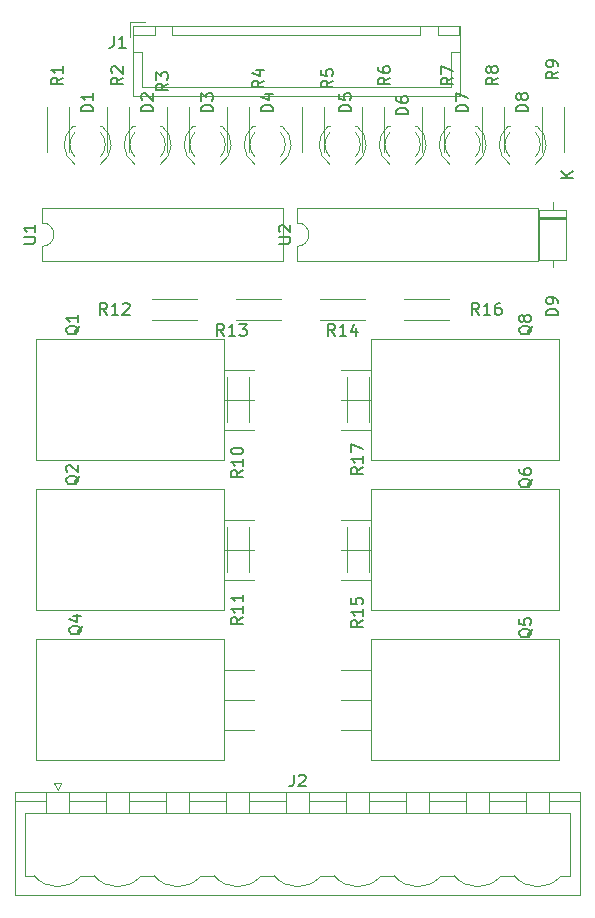
<source format=gbr>
G04 #@! TF.GenerationSoftware,KiCad,Pcbnew,5.0.0*
G04 #@! TF.CreationDate,2018-10-18T22:04:33+02:00*
G04 #@! TF.ProjectId,module_8x_100VDC_16A_out,6D6F64756C655F38785F313030564443,rev?*
G04 #@! TF.SameCoordinates,Original*
G04 #@! TF.FileFunction,Legend,Top*
G04 #@! TF.FilePolarity,Positive*
%FSLAX46Y46*%
G04 Gerber Fmt 4.6, Leading zero omitted, Abs format (unit mm)*
G04 Created by KiCad (PCBNEW 5.0.0) date Thu Oct 18 22:04:33 2018*
%MOMM*%
%LPD*%
G01*
G04 APERTURE LIST*
%ADD10C,0.120000*%
%ADD11C,0.150000*%
G04 APERTURE END LIST*
D10*
G04 #@! TO.C,D1*
X69816000Y-120360000D02*
X69660000Y-120360000D01*
X67500000Y-120360000D02*
X67344000Y-120360000D01*
X69658608Y-123592335D02*
G75*
G03X69815516Y-120360000I-1078608J1672335D01*
G01*
X67501392Y-123592335D02*
G75*
G02X67344484Y-120360000I1078608J1672335D01*
G01*
X69659837Y-122961130D02*
G75*
G03X69660000Y-120879039I-1079837J1041130D01*
G01*
X67500163Y-122961130D02*
G75*
G02X67500000Y-120879039I1079837J1041130D01*
G01*
G04 #@! TO.C,D2*
X74896000Y-120360000D02*
X74740000Y-120360000D01*
X72580000Y-120360000D02*
X72424000Y-120360000D01*
X74738608Y-123592335D02*
G75*
G03X74895516Y-120360000I-1078608J1672335D01*
G01*
X72581392Y-123592335D02*
G75*
G02X72424484Y-120360000I1078608J1672335D01*
G01*
X74739837Y-122961130D02*
G75*
G03X74740000Y-120879039I-1079837J1041130D01*
G01*
X72580163Y-122961130D02*
G75*
G02X72580000Y-120879039I1079837J1041130D01*
G01*
G04 #@! TO.C,D3*
X77660163Y-122961130D02*
G75*
G02X77660000Y-120879039I1079837J1041130D01*
G01*
X79819837Y-122961130D02*
G75*
G03X79820000Y-120879039I-1079837J1041130D01*
G01*
X77661392Y-123592335D02*
G75*
G02X77504484Y-120360000I1078608J1672335D01*
G01*
X79818608Y-123592335D02*
G75*
G03X79975516Y-120360000I-1078608J1672335D01*
G01*
X77660000Y-120360000D02*
X77504000Y-120360000D01*
X79976000Y-120360000D02*
X79820000Y-120360000D01*
G04 #@! TO.C,D4*
X85056000Y-120360000D02*
X84900000Y-120360000D01*
X82740000Y-120360000D02*
X82584000Y-120360000D01*
X84898608Y-123592335D02*
G75*
G03X85055516Y-120360000I-1078608J1672335D01*
G01*
X82741392Y-123592335D02*
G75*
G02X82584484Y-120360000I1078608J1672335D01*
G01*
X84899837Y-122961130D02*
G75*
G03X84900000Y-120879039I-1079837J1041130D01*
G01*
X82740163Y-122961130D02*
G75*
G02X82740000Y-120879039I1079837J1041130D01*
G01*
G04 #@! TO.C,D5*
X89090163Y-122961130D02*
G75*
G02X89090000Y-120879039I1079837J1041130D01*
G01*
X91249837Y-122961130D02*
G75*
G03X91250000Y-120879039I-1079837J1041130D01*
G01*
X89091392Y-123592335D02*
G75*
G02X88934484Y-120360000I1078608J1672335D01*
G01*
X91248608Y-123592335D02*
G75*
G03X91405516Y-120360000I-1078608J1672335D01*
G01*
X89090000Y-120360000D02*
X88934000Y-120360000D01*
X91406000Y-120360000D02*
X91250000Y-120360000D01*
G04 #@! TO.C,D6*
X96486000Y-120360000D02*
X96330000Y-120360000D01*
X94170000Y-120360000D02*
X94014000Y-120360000D01*
X96328608Y-123592335D02*
G75*
G03X96485516Y-120360000I-1078608J1672335D01*
G01*
X94171392Y-123592335D02*
G75*
G02X94014484Y-120360000I1078608J1672335D01*
G01*
X96329837Y-122961130D02*
G75*
G03X96330000Y-120879039I-1079837J1041130D01*
G01*
X94170163Y-122961130D02*
G75*
G02X94170000Y-120879039I1079837J1041130D01*
G01*
G04 #@! TO.C,D7*
X99250163Y-122961130D02*
G75*
G02X99250000Y-120879039I1079837J1041130D01*
G01*
X101409837Y-122961130D02*
G75*
G03X101410000Y-120879039I-1079837J1041130D01*
G01*
X99251392Y-123592335D02*
G75*
G02X99094484Y-120360000I1078608J1672335D01*
G01*
X101408608Y-123592335D02*
G75*
G03X101565516Y-120360000I-1078608J1672335D01*
G01*
X99250000Y-120360000D02*
X99094000Y-120360000D01*
X101566000Y-120360000D02*
X101410000Y-120360000D01*
G04 #@! TO.C,D8*
X104330163Y-122961130D02*
G75*
G02X104330000Y-120879039I1079837J1041130D01*
G01*
X106489837Y-122961130D02*
G75*
G03X106490000Y-120879039I-1079837J1041130D01*
G01*
X104331392Y-123592335D02*
G75*
G02X104174484Y-120360000I1078608J1672335D01*
G01*
X106488608Y-123592335D02*
G75*
G03X106645516Y-120360000I-1078608J1672335D01*
G01*
X104330000Y-120360000D02*
X104174000Y-120360000D01*
X106646000Y-120360000D02*
X106490000Y-120360000D01*
G04 #@! TO.C,D9*
X109070000Y-127420000D02*
X106830000Y-127420000D01*
X106830000Y-127420000D02*
X106830000Y-131660000D01*
X106830000Y-131660000D02*
X109070000Y-131660000D01*
X109070000Y-131660000D02*
X109070000Y-127420000D01*
X107950000Y-126770000D02*
X107950000Y-127420000D01*
X107950000Y-132310000D02*
X107950000Y-131660000D01*
X109070000Y-128140000D02*
X106830000Y-128140000D01*
X109070000Y-128260000D02*
X106830000Y-128260000D01*
X109070000Y-128020000D02*
X106830000Y-128020000D01*
G04 #@! TO.C,J1*
X72450000Y-111840000D02*
X72450000Y-117810000D01*
X72450000Y-117810000D02*
X100070000Y-117810000D01*
X100070000Y-117810000D02*
X100070000Y-111840000D01*
X100070000Y-111840000D02*
X72450000Y-111840000D01*
X75760000Y-111850000D02*
X75760000Y-112600000D01*
X75760000Y-112600000D02*
X96760000Y-112600000D01*
X96760000Y-112600000D02*
X96760000Y-111850000D01*
X96760000Y-111850000D02*
X75760000Y-111850000D01*
X72460000Y-111850000D02*
X72460000Y-112600000D01*
X72460000Y-112600000D02*
X74260000Y-112600000D01*
X74260000Y-112600000D02*
X74260000Y-111850000D01*
X74260000Y-111850000D02*
X72460000Y-111850000D01*
X98260000Y-111850000D02*
X98260000Y-112600000D01*
X98260000Y-112600000D02*
X100060000Y-112600000D01*
X100060000Y-112600000D02*
X100060000Y-111850000D01*
X100060000Y-111850000D02*
X98260000Y-111850000D01*
X72460000Y-114100000D02*
X73210000Y-114100000D01*
X73210000Y-114100000D02*
X73210000Y-117050000D01*
X73210000Y-117050000D02*
X86260000Y-117050000D01*
X100060000Y-114100000D02*
X99310000Y-114100000D01*
X99310000Y-114100000D02*
X99310000Y-117050000D01*
X99310000Y-117050000D02*
X86260000Y-117050000D01*
X73410000Y-111550000D02*
X72160000Y-111550000D01*
X72160000Y-111550000D02*
X72160000Y-112800000D01*
G04 #@! TO.C,J2*
X68026841Y-183825821D02*
G75*
G02X64040000Y-183810000I-1986841J1665821D01*
G01*
X73106841Y-183825821D02*
G75*
G02X69120000Y-183810000I-1986841J1665821D01*
G01*
X78186841Y-183825821D02*
G75*
G02X74200000Y-183810000I-1986841J1665821D01*
G01*
X83266841Y-183825821D02*
G75*
G02X79280000Y-183810000I-1986841J1665821D01*
G01*
X88346841Y-183825821D02*
G75*
G02X84360000Y-183810000I-1986841J1665821D01*
G01*
X93426841Y-183825821D02*
G75*
G02X89440000Y-183810000I-1986841J1665821D01*
G01*
X98506841Y-183825821D02*
G75*
G02X94520000Y-183810000I-1986841J1665821D01*
G01*
X103586841Y-183825821D02*
G75*
G02X99600000Y-183810000I-1986841J1665821D01*
G01*
X108666841Y-183825821D02*
G75*
G02X104680000Y-183810000I-1986841J1665821D01*
G01*
X62420000Y-176730000D02*
X62420000Y-185490000D01*
X62420000Y-185490000D02*
X110300000Y-185490000D01*
X110300000Y-185490000D02*
X110300000Y-176730000D01*
X110300000Y-176730000D02*
X62420000Y-176730000D01*
X62420000Y-177510000D02*
X64960000Y-177510000D01*
X110300000Y-177510000D02*
X107760000Y-177510000D01*
X67040000Y-177510000D02*
X70120000Y-177510000D01*
X72120000Y-177510000D02*
X75200000Y-177510000D01*
X77200000Y-177510000D02*
X80280000Y-177510000D01*
X82280000Y-177510000D02*
X85360000Y-177510000D01*
X87360000Y-177510000D02*
X90440000Y-177510000D01*
X92440000Y-177510000D02*
X95520000Y-177510000D01*
X97520000Y-177510000D02*
X100600000Y-177510000D01*
X102600000Y-177510000D02*
X105680000Y-177510000D01*
X65040000Y-178510000D02*
X65040000Y-176730000D01*
X65040000Y-176730000D02*
X67040000Y-176730000D01*
X67040000Y-176730000D02*
X67040000Y-178510000D01*
X67040000Y-178510000D02*
X65040000Y-178510000D01*
X70120000Y-178510000D02*
X70120000Y-176730000D01*
X70120000Y-176730000D02*
X72120000Y-176730000D01*
X72120000Y-176730000D02*
X72120000Y-178510000D01*
X72120000Y-178510000D02*
X70120000Y-178510000D01*
X75200000Y-178510000D02*
X75200000Y-176730000D01*
X75200000Y-176730000D02*
X77200000Y-176730000D01*
X77200000Y-176730000D02*
X77200000Y-178510000D01*
X77200000Y-178510000D02*
X75200000Y-178510000D01*
X80280000Y-178510000D02*
X80280000Y-176730000D01*
X80280000Y-176730000D02*
X82280000Y-176730000D01*
X82280000Y-176730000D02*
X82280000Y-178510000D01*
X82280000Y-178510000D02*
X80280000Y-178510000D01*
X85360000Y-178510000D02*
X85360000Y-176730000D01*
X85360000Y-176730000D02*
X87360000Y-176730000D01*
X87360000Y-176730000D02*
X87360000Y-178510000D01*
X87360000Y-178510000D02*
X85360000Y-178510000D01*
X90440000Y-178510000D02*
X90440000Y-176730000D01*
X90440000Y-176730000D02*
X92440000Y-176730000D01*
X92440000Y-176730000D02*
X92440000Y-178510000D01*
X92440000Y-178510000D02*
X90440000Y-178510000D01*
X95520000Y-178510000D02*
X95520000Y-176730000D01*
X95520000Y-176730000D02*
X97520000Y-176730000D01*
X97520000Y-176730000D02*
X97520000Y-178510000D01*
X97520000Y-178510000D02*
X95520000Y-178510000D01*
X100600000Y-178510000D02*
X100600000Y-176730000D01*
X100600000Y-176730000D02*
X102600000Y-176730000D01*
X102600000Y-176730000D02*
X102600000Y-178510000D01*
X102600000Y-178510000D02*
X100600000Y-178510000D01*
X105680000Y-178510000D02*
X105680000Y-176730000D01*
X105680000Y-176730000D02*
X107680000Y-176730000D01*
X107680000Y-176730000D02*
X107680000Y-178510000D01*
X107680000Y-178510000D02*
X105680000Y-178510000D01*
X68040000Y-183810000D02*
X69120000Y-183810000D01*
X73120000Y-183810000D02*
X74200000Y-183810000D01*
X78200000Y-183810000D02*
X79280000Y-183810000D01*
X83280000Y-183810000D02*
X84360000Y-183810000D01*
X88360000Y-183810000D02*
X89440000Y-183810000D01*
X93440000Y-183810000D02*
X94520000Y-183810000D01*
X98520000Y-183810000D02*
X99600000Y-183810000D01*
X103600000Y-183810000D02*
X104680000Y-183810000D01*
X64040000Y-183810000D02*
X63300000Y-183810000D01*
X63300000Y-183810000D02*
X63300000Y-178510000D01*
X63300000Y-178510000D02*
X109420000Y-178510000D01*
X109420000Y-178510000D02*
X109420000Y-183810000D01*
X109420000Y-183810000D02*
X108680000Y-183810000D01*
X66340000Y-175930000D02*
X66040000Y-176530000D01*
X66040000Y-176530000D02*
X65740000Y-175930000D01*
X65740000Y-175930000D02*
X66340000Y-175930000D01*
G04 #@! TO.C,R1*
X66960000Y-118730000D02*
X66960000Y-122570000D01*
X65120000Y-118730000D02*
X65120000Y-122570000D01*
G04 #@! TO.C,R2*
X70200000Y-118730000D02*
X70200000Y-122570000D01*
X72040000Y-118730000D02*
X72040000Y-122570000D01*
G04 #@! TO.C,R3*
X75280000Y-118730000D02*
X75280000Y-122570000D01*
X77120000Y-118730000D02*
X77120000Y-122570000D01*
G04 #@! TO.C,R4*
X80360000Y-118730000D02*
X80360000Y-122570000D01*
X82200000Y-118730000D02*
X82200000Y-122570000D01*
G04 #@! TO.C,R5*
X88550000Y-118730000D02*
X88550000Y-122570000D01*
X86710000Y-118730000D02*
X86710000Y-122570000D01*
G04 #@! TO.C,R6*
X93630000Y-118730000D02*
X93630000Y-122570000D01*
X91790000Y-118730000D02*
X91790000Y-122570000D01*
G04 #@! TO.C,R7*
X96870000Y-118730000D02*
X96870000Y-122570000D01*
X98710000Y-118730000D02*
X98710000Y-122570000D01*
G04 #@! TO.C,R8*
X101950000Y-118730000D02*
X101950000Y-122570000D01*
X103790000Y-118730000D02*
X103790000Y-122570000D01*
G04 #@! TO.C,R9*
X107030000Y-118730000D02*
X107030000Y-122570000D01*
X108870000Y-118730000D02*
X108870000Y-122570000D01*
G04 #@! TO.C,R10*
X80360000Y-145430000D02*
X80360000Y-141590000D01*
X82200000Y-145430000D02*
X82200000Y-141590000D01*
G04 #@! TO.C,R11*
X80360000Y-158130000D02*
X80360000Y-154290000D01*
X82200000Y-158130000D02*
X82200000Y-154290000D01*
G04 #@! TO.C,R12*
X77866000Y-136810000D02*
X74026000Y-136810000D01*
X77866000Y-134970000D02*
X74026000Y-134970000D01*
G04 #@! TO.C,R13*
X84978000Y-136810000D02*
X81138000Y-136810000D01*
X84978000Y-134970000D02*
X81138000Y-134970000D01*
G04 #@! TO.C,R14*
X88250000Y-136810000D02*
X92090000Y-136810000D01*
X88250000Y-134970000D02*
X92090000Y-134970000D01*
G04 #@! TO.C,R15*
X90520000Y-154290000D02*
X90520000Y-158130000D01*
X92360000Y-154290000D02*
X92360000Y-158130000D01*
G04 #@! TO.C,R16*
X99202000Y-136810000D02*
X95362000Y-136810000D01*
X99202000Y-134970000D02*
X95362000Y-134970000D01*
G04 #@! TO.C,R17*
X92360000Y-141590000D02*
X92360000Y-145430000D01*
X90520000Y-141590000D02*
X90520000Y-145430000D01*
G04 #@! TO.C,U1*
X64710000Y-128540000D02*
G75*
G02X64710000Y-130540000I0J-1000000D01*
G01*
X64710000Y-130540000D02*
X64710000Y-131790000D01*
X64710000Y-131790000D02*
X85150000Y-131790000D01*
X85150000Y-131790000D02*
X85150000Y-127290000D01*
X85150000Y-127290000D02*
X64710000Y-127290000D01*
X64710000Y-127290000D02*
X64710000Y-128540000D01*
G04 #@! TO.C,U2*
X86300000Y-127290000D02*
X86300000Y-128540000D01*
X106740000Y-127290000D02*
X86300000Y-127290000D01*
X106740000Y-131790000D02*
X106740000Y-127290000D01*
X86300000Y-131790000D02*
X106740000Y-131790000D01*
X86300000Y-130540000D02*
X86300000Y-131790000D01*
X86300000Y-128540000D02*
G75*
G02X86300000Y-130540000I0J-1000000D01*
G01*
G04 #@! TO.C,Q4*
X80130000Y-174030000D02*
X80130000Y-163790000D01*
X64240000Y-174030000D02*
X64240000Y-163790000D01*
X64240000Y-174030000D02*
X80130000Y-174030000D01*
X64240000Y-163790000D02*
X80130000Y-163790000D01*
X80130000Y-171450000D02*
X82670000Y-171450000D01*
X80130000Y-168910000D02*
X82670000Y-168910000D01*
X80130000Y-166370000D02*
X82670000Y-166370000D01*
G04 #@! TO.C,Q2*
X80130000Y-153670000D02*
X82670000Y-153670000D01*
X80130000Y-156210000D02*
X82670000Y-156210000D01*
X80130000Y-158750000D02*
X82670000Y-158750000D01*
X64240000Y-151090000D02*
X80130000Y-151090000D01*
X64240000Y-161330000D02*
X80130000Y-161330000D01*
X64240000Y-161330000D02*
X64240000Y-151090000D01*
X80130000Y-161330000D02*
X80130000Y-151090000D01*
G04 #@! TO.C,Q5*
X92590000Y-163790000D02*
X92590000Y-174030000D01*
X108480000Y-163790000D02*
X108480000Y-174030000D01*
X108480000Y-163790000D02*
X92590000Y-163790000D01*
X108480000Y-174030000D02*
X92590000Y-174030000D01*
X92590000Y-166370000D02*
X90050000Y-166370000D01*
X92590000Y-168910000D02*
X90050000Y-168910000D01*
X92590000Y-171450000D02*
X90050000Y-171450000D01*
G04 #@! TO.C,Q1*
X80130000Y-140970000D02*
X82670000Y-140970000D01*
X80130000Y-143510000D02*
X82670000Y-143510000D01*
X80130000Y-146050000D02*
X82670000Y-146050000D01*
X64240000Y-138390000D02*
X80130000Y-138390000D01*
X64240000Y-148630000D02*
X80130000Y-148630000D01*
X64240000Y-148630000D02*
X64240000Y-138390000D01*
X80130000Y-148630000D02*
X80130000Y-138390000D01*
G04 #@! TO.C,Q6*
X92590000Y-151090000D02*
X92590000Y-161330000D01*
X108480000Y-151090000D02*
X108480000Y-161330000D01*
X108480000Y-151090000D02*
X92590000Y-151090000D01*
X108480000Y-161330000D02*
X92590000Y-161330000D01*
X92590000Y-153670000D02*
X90050000Y-153670000D01*
X92590000Y-156210000D02*
X90050000Y-156210000D01*
X92590000Y-158750000D02*
X90050000Y-158750000D01*
G04 #@! TO.C,Q8*
X92590000Y-138390000D02*
X92590000Y-148630000D01*
X108480000Y-138390000D02*
X108480000Y-148630000D01*
X108480000Y-138390000D02*
X92590000Y-138390000D01*
X108480000Y-148630000D02*
X92590000Y-148630000D01*
X92590000Y-140970000D02*
X90050000Y-140970000D01*
X92590000Y-143510000D02*
X90050000Y-143510000D01*
X92590000Y-146050000D02*
X90050000Y-146050000D01*
G04 #@! TO.C,D1*
D11*
X69032380Y-119102095D02*
X68032380Y-119102095D01*
X68032380Y-118864000D01*
X68080000Y-118721142D01*
X68175238Y-118625904D01*
X68270476Y-118578285D01*
X68460952Y-118530666D01*
X68603809Y-118530666D01*
X68794285Y-118578285D01*
X68889523Y-118625904D01*
X68984761Y-118721142D01*
X69032380Y-118864000D01*
X69032380Y-119102095D01*
X69032380Y-117578285D02*
X69032380Y-118149714D01*
X69032380Y-117864000D02*
X68032380Y-117864000D01*
X68175238Y-117959238D01*
X68270476Y-118054476D01*
X68318095Y-118149714D01*
G04 #@! TO.C,D2*
X74112380Y-119102095D02*
X73112380Y-119102095D01*
X73112380Y-118864000D01*
X73160000Y-118721142D01*
X73255238Y-118625904D01*
X73350476Y-118578285D01*
X73540952Y-118530666D01*
X73683809Y-118530666D01*
X73874285Y-118578285D01*
X73969523Y-118625904D01*
X74064761Y-118721142D01*
X74112380Y-118864000D01*
X74112380Y-119102095D01*
X73207619Y-118149714D02*
X73160000Y-118102095D01*
X73112380Y-118006857D01*
X73112380Y-117768761D01*
X73160000Y-117673523D01*
X73207619Y-117625904D01*
X73302857Y-117578285D01*
X73398095Y-117578285D01*
X73540952Y-117625904D01*
X74112380Y-118197333D01*
X74112380Y-117578285D01*
G04 #@! TO.C,D3*
X79192380Y-119102095D02*
X78192380Y-119102095D01*
X78192380Y-118864000D01*
X78240000Y-118721142D01*
X78335238Y-118625904D01*
X78430476Y-118578285D01*
X78620952Y-118530666D01*
X78763809Y-118530666D01*
X78954285Y-118578285D01*
X79049523Y-118625904D01*
X79144761Y-118721142D01*
X79192380Y-118864000D01*
X79192380Y-119102095D01*
X78192380Y-118197333D02*
X78192380Y-117578285D01*
X78573333Y-117911619D01*
X78573333Y-117768761D01*
X78620952Y-117673523D01*
X78668571Y-117625904D01*
X78763809Y-117578285D01*
X79001904Y-117578285D01*
X79097142Y-117625904D01*
X79144761Y-117673523D01*
X79192380Y-117768761D01*
X79192380Y-118054476D01*
X79144761Y-118149714D01*
X79097142Y-118197333D01*
G04 #@! TO.C,D4*
X84272380Y-119102095D02*
X83272380Y-119102095D01*
X83272380Y-118864000D01*
X83320000Y-118721142D01*
X83415238Y-118625904D01*
X83510476Y-118578285D01*
X83700952Y-118530666D01*
X83843809Y-118530666D01*
X84034285Y-118578285D01*
X84129523Y-118625904D01*
X84224761Y-118721142D01*
X84272380Y-118864000D01*
X84272380Y-119102095D01*
X83605714Y-117673523D02*
X84272380Y-117673523D01*
X83224761Y-117911619D02*
X83939047Y-118149714D01*
X83939047Y-117530666D01*
G04 #@! TO.C,D5*
X90876380Y-119102095D02*
X89876380Y-119102095D01*
X89876380Y-118864000D01*
X89924000Y-118721142D01*
X90019238Y-118625904D01*
X90114476Y-118578285D01*
X90304952Y-118530666D01*
X90447809Y-118530666D01*
X90638285Y-118578285D01*
X90733523Y-118625904D01*
X90828761Y-118721142D01*
X90876380Y-118864000D01*
X90876380Y-119102095D01*
X89876380Y-117625904D02*
X89876380Y-118102095D01*
X90352571Y-118149714D01*
X90304952Y-118102095D01*
X90257333Y-118006857D01*
X90257333Y-117768761D01*
X90304952Y-117673523D01*
X90352571Y-117625904D01*
X90447809Y-117578285D01*
X90685904Y-117578285D01*
X90781142Y-117625904D01*
X90828761Y-117673523D01*
X90876380Y-117768761D01*
X90876380Y-118006857D01*
X90828761Y-118102095D01*
X90781142Y-118149714D01*
G04 #@! TO.C,D6*
X95702380Y-119356095D02*
X94702380Y-119356095D01*
X94702380Y-119118000D01*
X94750000Y-118975142D01*
X94845238Y-118879904D01*
X94940476Y-118832285D01*
X95130952Y-118784666D01*
X95273809Y-118784666D01*
X95464285Y-118832285D01*
X95559523Y-118879904D01*
X95654761Y-118975142D01*
X95702380Y-119118000D01*
X95702380Y-119356095D01*
X94702380Y-117927523D02*
X94702380Y-118118000D01*
X94750000Y-118213238D01*
X94797619Y-118260857D01*
X94940476Y-118356095D01*
X95130952Y-118403714D01*
X95511904Y-118403714D01*
X95607142Y-118356095D01*
X95654761Y-118308476D01*
X95702380Y-118213238D01*
X95702380Y-118022761D01*
X95654761Y-117927523D01*
X95607142Y-117879904D01*
X95511904Y-117832285D01*
X95273809Y-117832285D01*
X95178571Y-117879904D01*
X95130952Y-117927523D01*
X95083333Y-118022761D01*
X95083333Y-118213238D01*
X95130952Y-118308476D01*
X95178571Y-118356095D01*
X95273809Y-118403714D01*
G04 #@! TO.C,D7*
X100782380Y-119102095D02*
X99782380Y-119102095D01*
X99782380Y-118864000D01*
X99830000Y-118721142D01*
X99925238Y-118625904D01*
X100020476Y-118578285D01*
X100210952Y-118530666D01*
X100353809Y-118530666D01*
X100544285Y-118578285D01*
X100639523Y-118625904D01*
X100734761Y-118721142D01*
X100782380Y-118864000D01*
X100782380Y-119102095D01*
X99782380Y-118197333D02*
X99782380Y-117530666D01*
X100782380Y-117959238D01*
G04 #@! TO.C,D8*
X105862380Y-119102095D02*
X104862380Y-119102095D01*
X104862380Y-118864000D01*
X104910000Y-118721142D01*
X105005238Y-118625904D01*
X105100476Y-118578285D01*
X105290952Y-118530666D01*
X105433809Y-118530666D01*
X105624285Y-118578285D01*
X105719523Y-118625904D01*
X105814761Y-118721142D01*
X105862380Y-118864000D01*
X105862380Y-119102095D01*
X105290952Y-117959238D02*
X105243333Y-118054476D01*
X105195714Y-118102095D01*
X105100476Y-118149714D01*
X105052857Y-118149714D01*
X104957619Y-118102095D01*
X104910000Y-118054476D01*
X104862380Y-117959238D01*
X104862380Y-117768761D01*
X104910000Y-117673523D01*
X104957619Y-117625904D01*
X105052857Y-117578285D01*
X105100476Y-117578285D01*
X105195714Y-117625904D01*
X105243333Y-117673523D01*
X105290952Y-117768761D01*
X105290952Y-117959238D01*
X105338571Y-118054476D01*
X105386190Y-118102095D01*
X105481428Y-118149714D01*
X105671904Y-118149714D01*
X105767142Y-118102095D01*
X105814761Y-118054476D01*
X105862380Y-117959238D01*
X105862380Y-117768761D01*
X105814761Y-117673523D01*
X105767142Y-117625904D01*
X105671904Y-117578285D01*
X105481428Y-117578285D01*
X105386190Y-117625904D01*
X105338571Y-117673523D01*
X105290952Y-117768761D01*
G04 #@! TO.C,D9*
X108402380Y-136374095D02*
X107402380Y-136374095D01*
X107402380Y-136136000D01*
X107450000Y-135993142D01*
X107545238Y-135897904D01*
X107640476Y-135850285D01*
X107830952Y-135802666D01*
X107973809Y-135802666D01*
X108164285Y-135850285D01*
X108259523Y-135897904D01*
X108354761Y-135993142D01*
X108402380Y-136136000D01*
X108402380Y-136374095D01*
X108402380Y-135326476D02*
X108402380Y-135136000D01*
X108354761Y-135040761D01*
X108307142Y-134993142D01*
X108164285Y-134897904D01*
X107973809Y-134850285D01*
X107592857Y-134850285D01*
X107497619Y-134897904D01*
X107450000Y-134945523D01*
X107402380Y-135040761D01*
X107402380Y-135231238D01*
X107450000Y-135326476D01*
X107497619Y-135374095D01*
X107592857Y-135421714D01*
X107830952Y-135421714D01*
X107926190Y-135374095D01*
X107973809Y-135326476D01*
X108021428Y-135231238D01*
X108021428Y-135040761D01*
X107973809Y-134945523D01*
X107926190Y-134897904D01*
X107830952Y-134850285D01*
X109672380Y-124721904D02*
X108672380Y-124721904D01*
X109672380Y-124150476D02*
X109100952Y-124579047D01*
X108672380Y-124150476D02*
X109243809Y-124721904D01*
G04 #@! TO.C,J1*
X70786666Y-112736380D02*
X70786666Y-113450666D01*
X70739047Y-113593523D01*
X70643809Y-113688761D01*
X70500952Y-113736380D01*
X70405714Y-113736380D01*
X71786666Y-113736380D02*
X71215238Y-113736380D01*
X71500952Y-113736380D02*
X71500952Y-112736380D01*
X71405714Y-112879238D01*
X71310476Y-112974476D01*
X71215238Y-113022095D01*
G04 #@! TO.C,J2*
X86026666Y-175262380D02*
X86026666Y-175976666D01*
X85979047Y-176119523D01*
X85883809Y-176214761D01*
X85740952Y-176262380D01*
X85645714Y-176262380D01*
X86455238Y-175357619D02*
X86502857Y-175310000D01*
X86598095Y-175262380D01*
X86836190Y-175262380D01*
X86931428Y-175310000D01*
X86979047Y-175357619D01*
X87026666Y-175452857D01*
X87026666Y-175548095D01*
X86979047Y-175690952D01*
X86407619Y-176262380D01*
X87026666Y-176262380D01*
G04 #@! TO.C,R1*
X66492380Y-116244666D02*
X66016190Y-116578000D01*
X66492380Y-116816095D02*
X65492380Y-116816095D01*
X65492380Y-116435142D01*
X65540000Y-116339904D01*
X65587619Y-116292285D01*
X65682857Y-116244666D01*
X65825714Y-116244666D01*
X65920952Y-116292285D01*
X65968571Y-116339904D01*
X66016190Y-116435142D01*
X66016190Y-116816095D01*
X66492380Y-115292285D02*
X66492380Y-115863714D01*
X66492380Y-115578000D02*
X65492380Y-115578000D01*
X65635238Y-115673238D01*
X65730476Y-115768476D01*
X65778095Y-115863714D01*
G04 #@! TO.C,R2*
X71572380Y-116244666D02*
X71096190Y-116578000D01*
X71572380Y-116816095D02*
X70572380Y-116816095D01*
X70572380Y-116435142D01*
X70620000Y-116339904D01*
X70667619Y-116292285D01*
X70762857Y-116244666D01*
X70905714Y-116244666D01*
X71000952Y-116292285D01*
X71048571Y-116339904D01*
X71096190Y-116435142D01*
X71096190Y-116816095D01*
X70667619Y-115863714D02*
X70620000Y-115816095D01*
X70572380Y-115720857D01*
X70572380Y-115482761D01*
X70620000Y-115387523D01*
X70667619Y-115339904D01*
X70762857Y-115292285D01*
X70858095Y-115292285D01*
X71000952Y-115339904D01*
X71572380Y-115911333D01*
X71572380Y-115292285D01*
G04 #@! TO.C,R3*
X75382380Y-116752666D02*
X74906190Y-117086000D01*
X75382380Y-117324095D02*
X74382380Y-117324095D01*
X74382380Y-116943142D01*
X74430000Y-116847904D01*
X74477619Y-116800285D01*
X74572857Y-116752666D01*
X74715714Y-116752666D01*
X74810952Y-116800285D01*
X74858571Y-116847904D01*
X74906190Y-116943142D01*
X74906190Y-117324095D01*
X74382380Y-116419333D02*
X74382380Y-115800285D01*
X74763333Y-116133619D01*
X74763333Y-115990761D01*
X74810952Y-115895523D01*
X74858571Y-115847904D01*
X74953809Y-115800285D01*
X75191904Y-115800285D01*
X75287142Y-115847904D01*
X75334761Y-115895523D01*
X75382380Y-115990761D01*
X75382380Y-116276476D01*
X75334761Y-116371714D01*
X75287142Y-116419333D01*
G04 #@! TO.C,R4*
X83510380Y-116498666D02*
X83034190Y-116832000D01*
X83510380Y-117070095D02*
X82510380Y-117070095D01*
X82510380Y-116689142D01*
X82558000Y-116593904D01*
X82605619Y-116546285D01*
X82700857Y-116498666D01*
X82843714Y-116498666D01*
X82938952Y-116546285D01*
X82986571Y-116593904D01*
X83034190Y-116689142D01*
X83034190Y-117070095D01*
X82843714Y-115641523D02*
X83510380Y-115641523D01*
X82462761Y-115879619D02*
X83177047Y-116117714D01*
X83177047Y-115498666D01*
G04 #@! TO.C,R5*
X89352380Y-116498666D02*
X88876190Y-116832000D01*
X89352380Y-117070095D02*
X88352380Y-117070095D01*
X88352380Y-116689142D01*
X88400000Y-116593904D01*
X88447619Y-116546285D01*
X88542857Y-116498666D01*
X88685714Y-116498666D01*
X88780952Y-116546285D01*
X88828571Y-116593904D01*
X88876190Y-116689142D01*
X88876190Y-117070095D01*
X88352380Y-115593904D02*
X88352380Y-116070095D01*
X88828571Y-116117714D01*
X88780952Y-116070095D01*
X88733333Y-115974857D01*
X88733333Y-115736761D01*
X88780952Y-115641523D01*
X88828571Y-115593904D01*
X88923809Y-115546285D01*
X89161904Y-115546285D01*
X89257142Y-115593904D01*
X89304761Y-115641523D01*
X89352380Y-115736761D01*
X89352380Y-115974857D01*
X89304761Y-116070095D01*
X89257142Y-116117714D01*
G04 #@! TO.C,R6*
X94178380Y-116244666D02*
X93702190Y-116578000D01*
X94178380Y-116816095D02*
X93178380Y-116816095D01*
X93178380Y-116435142D01*
X93226000Y-116339904D01*
X93273619Y-116292285D01*
X93368857Y-116244666D01*
X93511714Y-116244666D01*
X93606952Y-116292285D01*
X93654571Y-116339904D01*
X93702190Y-116435142D01*
X93702190Y-116816095D01*
X93178380Y-115387523D02*
X93178380Y-115578000D01*
X93226000Y-115673238D01*
X93273619Y-115720857D01*
X93416476Y-115816095D01*
X93606952Y-115863714D01*
X93987904Y-115863714D01*
X94083142Y-115816095D01*
X94130761Y-115768476D01*
X94178380Y-115673238D01*
X94178380Y-115482761D01*
X94130761Y-115387523D01*
X94083142Y-115339904D01*
X93987904Y-115292285D01*
X93749809Y-115292285D01*
X93654571Y-115339904D01*
X93606952Y-115387523D01*
X93559333Y-115482761D01*
X93559333Y-115673238D01*
X93606952Y-115768476D01*
X93654571Y-115816095D01*
X93749809Y-115863714D01*
G04 #@! TO.C,R7*
X99512380Y-116244666D02*
X99036190Y-116578000D01*
X99512380Y-116816095D02*
X98512380Y-116816095D01*
X98512380Y-116435142D01*
X98560000Y-116339904D01*
X98607619Y-116292285D01*
X98702857Y-116244666D01*
X98845714Y-116244666D01*
X98940952Y-116292285D01*
X98988571Y-116339904D01*
X99036190Y-116435142D01*
X99036190Y-116816095D01*
X98512380Y-115911333D02*
X98512380Y-115244666D01*
X99512380Y-115673238D01*
G04 #@! TO.C,R8*
X103322380Y-116244666D02*
X102846190Y-116578000D01*
X103322380Y-116816095D02*
X102322380Y-116816095D01*
X102322380Y-116435142D01*
X102370000Y-116339904D01*
X102417619Y-116292285D01*
X102512857Y-116244666D01*
X102655714Y-116244666D01*
X102750952Y-116292285D01*
X102798571Y-116339904D01*
X102846190Y-116435142D01*
X102846190Y-116816095D01*
X102750952Y-115673238D02*
X102703333Y-115768476D01*
X102655714Y-115816095D01*
X102560476Y-115863714D01*
X102512857Y-115863714D01*
X102417619Y-115816095D01*
X102370000Y-115768476D01*
X102322380Y-115673238D01*
X102322380Y-115482761D01*
X102370000Y-115387523D01*
X102417619Y-115339904D01*
X102512857Y-115292285D01*
X102560476Y-115292285D01*
X102655714Y-115339904D01*
X102703333Y-115387523D01*
X102750952Y-115482761D01*
X102750952Y-115673238D01*
X102798571Y-115768476D01*
X102846190Y-115816095D01*
X102941428Y-115863714D01*
X103131904Y-115863714D01*
X103227142Y-115816095D01*
X103274761Y-115768476D01*
X103322380Y-115673238D01*
X103322380Y-115482761D01*
X103274761Y-115387523D01*
X103227142Y-115339904D01*
X103131904Y-115292285D01*
X102941428Y-115292285D01*
X102846190Y-115339904D01*
X102798571Y-115387523D01*
X102750952Y-115482761D01*
G04 #@! TO.C,R9*
X108402380Y-115736666D02*
X107926190Y-116070000D01*
X108402380Y-116308095D02*
X107402380Y-116308095D01*
X107402380Y-115927142D01*
X107450000Y-115831904D01*
X107497619Y-115784285D01*
X107592857Y-115736666D01*
X107735714Y-115736666D01*
X107830952Y-115784285D01*
X107878571Y-115831904D01*
X107926190Y-115927142D01*
X107926190Y-116308095D01*
X108402380Y-115260476D02*
X108402380Y-115070000D01*
X108354761Y-114974761D01*
X108307142Y-114927142D01*
X108164285Y-114831904D01*
X107973809Y-114784285D01*
X107592857Y-114784285D01*
X107497619Y-114831904D01*
X107450000Y-114879523D01*
X107402380Y-114974761D01*
X107402380Y-115165238D01*
X107450000Y-115260476D01*
X107497619Y-115308095D01*
X107592857Y-115355714D01*
X107830952Y-115355714D01*
X107926190Y-115308095D01*
X107973809Y-115260476D01*
X108021428Y-115165238D01*
X108021428Y-114974761D01*
X107973809Y-114879523D01*
X107926190Y-114831904D01*
X107830952Y-114784285D01*
G04 #@! TO.C,R10*
X81732380Y-149486857D02*
X81256190Y-149820190D01*
X81732380Y-150058285D02*
X80732380Y-150058285D01*
X80732380Y-149677333D01*
X80780000Y-149582095D01*
X80827619Y-149534476D01*
X80922857Y-149486857D01*
X81065714Y-149486857D01*
X81160952Y-149534476D01*
X81208571Y-149582095D01*
X81256190Y-149677333D01*
X81256190Y-150058285D01*
X81732380Y-148534476D02*
X81732380Y-149105904D01*
X81732380Y-148820190D02*
X80732380Y-148820190D01*
X80875238Y-148915428D01*
X80970476Y-149010666D01*
X81018095Y-149105904D01*
X80732380Y-147915428D02*
X80732380Y-147820190D01*
X80780000Y-147724952D01*
X80827619Y-147677333D01*
X80922857Y-147629714D01*
X81113333Y-147582095D01*
X81351428Y-147582095D01*
X81541904Y-147629714D01*
X81637142Y-147677333D01*
X81684761Y-147724952D01*
X81732380Y-147820190D01*
X81732380Y-147915428D01*
X81684761Y-148010666D01*
X81637142Y-148058285D01*
X81541904Y-148105904D01*
X81351428Y-148153523D01*
X81113333Y-148153523D01*
X80922857Y-148105904D01*
X80827619Y-148058285D01*
X80780000Y-148010666D01*
X80732380Y-147915428D01*
G04 #@! TO.C,R11*
X81732380Y-161932857D02*
X81256190Y-162266190D01*
X81732380Y-162504285D02*
X80732380Y-162504285D01*
X80732380Y-162123333D01*
X80780000Y-162028095D01*
X80827619Y-161980476D01*
X80922857Y-161932857D01*
X81065714Y-161932857D01*
X81160952Y-161980476D01*
X81208571Y-162028095D01*
X81256190Y-162123333D01*
X81256190Y-162504285D01*
X81732380Y-160980476D02*
X81732380Y-161551904D01*
X81732380Y-161266190D02*
X80732380Y-161266190D01*
X80875238Y-161361428D01*
X80970476Y-161456666D01*
X81018095Y-161551904D01*
X81732380Y-160028095D02*
X81732380Y-160599523D01*
X81732380Y-160313809D02*
X80732380Y-160313809D01*
X80875238Y-160409047D01*
X80970476Y-160504285D01*
X81018095Y-160599523D01*
G04 #@! TO.C,R12*
X70223142Y-136342380D02*
X69889809Y-135866190D01*
X69651714Y-136342380D02*
X69651714Y-135342380D01*
X70032666Y-135342380D01*
X70127904Y-135390000D01*
X70175523Y-135437619D01*
X70223142Y-135532857D01*
X70223142Y-135675714D01*
X70175523Y-135770952D01*
X70127904Y-135818571D01*
X70032666Y-135866190D01*
X69651714Y-135866190D01*
X71175523Y-136342380D02*
X70604095Y-136342380D01*
X70889809Y-136342380D02*
X70889809Y-135342380D01*
X70794571Y-135485238D01*
X70699333Y-135580476D01*
X70604095Y-135628095D01*
X71556476Y-135437619D02*
X71604095Y-135390000D01*
X71699333Y-135342380D01*
X71937428Y-135342380D01*
X72032666Y-135390000D01*
X72080285Y-135437619D01*
X72127904Y-135532857D01*
X72127904Y-135628095D01*
X72080285Y-135770952D01*
X71508857Y-136342380D01*
X72127904Y-136342380D01*
G04 #@! TO.C,R13*
X80129142Y-138120380D02*
X79795809Y-137644190D01*
X79557714Y-138120380D02*
X79557714Y-137120380D01*
X79938666Y-137120380D01*
X80033904Y-137168000D01*
X80081523Y-137215619D01*
X80129142Y-137310857D01*
X80129142Y-137453714D01*
X80081523Y-137548952D01*
X80033904Y-137596571D01*
X79938666Y-137644190D01*
X79557714Y-137644190D01*
X81081523Y-138120380D02*
X80510095Y-138120380D01*
X80795809Y-138120380D02*
X80795809Y-137120380D01*
X80700571Y-137263238D01*
X80605333Y-137358476D01*
X80510095Y-137406095D01*
X81414857Y-137120380D02*
X82033904Y-137120380D01*
X81700571Y-137501333D01*
X81843428Y-137501333D01*
X81938666Y-137548952D01*
X81986285Y-137596571D01*
X82033904Y-137691809D01*
X82033904Y-137929904D01*
X81986285Y-138025142D01*
X81938666Y-138072761D01*
X81843428Y-138120380D01*
X81557714Y-138120380D01*
X81462476Y-138072761D01*
X81414857Y-138025142D01*
G04 #@! TO.C,R14*
X89527142Y-138120380D02*
X89193809Y-137644190D01*
X88955714Y-138120380D02*
X88955714Y-137120380D01*
X89336666Y-137120380D01*
X89431904Y-137168000D01*
X89479523Y-137215619D01*
X89527142Y-137310857D01*
X89527142Y-137453714D01*
X89479523Y-137548952D01*
X89431904Y-137596571D01*
X89336666Y-137644190D01*
X88955714Y-137644190D01*
X90479523Y-138120380D02*
X89908095Y-138120380D01*
X90193809Y-138120380D02*
X90193809Y-137120380D01*
X90098571Y-137263238D01*
X90003333Y-137358476D01*
X89908095Y-137406095D01*
X91336666Y-137453714D02*
X91336666Y-138120380D01*
X91098571Y-137072761D02*
X90860476Y-137787047D01*
X91479523Y-137787047D01*
G04 #@! TO.C,R15*
X91892380Y-162186857D02*
X91416190Y-162520190D01*
X91892380Y-162758285D02*
X90892380Y-162758285D01*
X90892380Y-162377333D01*
X90940000Y-162282095D01*
X90987619Y-162234476D01*
X91082857Y-162186857D01*
X91225714Y-162186857D01*
X91320952Y-162234476D01*
X91368571Y-162282095D01*
X91416190Y-162377333D01*
X91416190Y-162758285D01*
X91892380Y-161234476D02*
X91892380Y-161805904D01*
X91892380Y-161520190D02*
X90892380Y-161520190D01*
X91035238Y-161615428D01*
X91130476Y-161710666D01*
X91178095Y-161805904D01*
X90892380Y-160329714D02*
X90892380Y-160805904D01*
X91368571Y-160853523D01*
X91320952Y-160805904D01*
X91273333Y-160710666D01*
X91273333Y-160472571D01*
X91320952Y-160377333D01*
X91368571Y-160329714D01*
X91463809Y-160282095D01*
X91701904Y-160282095D01*
X91797142Y-160329714D01*
X91844761Y-160377333D01*
X91892380Y-160472571D01*
X91892380Y-160710666D01*
X91844761Y-160805904D01*
X91797142Y-160853523D01*
G04 #@! TO.C,R16*
X101719142Y-136342380D02*
X101385809Y-135866190D01*
X101147714Y-136342380D02*
X101147714Y-135342380D01*
X101528666Y-135342380D01*
X101623904Y-135390000D01*
X101671523Y-135437619D01*
X101719142Y-135532857D01*
X101719142Y-135675714D01*
X101671523Y-135770952D01*
X101623904Y-135818571D01*
X101528666Y-135866190D01*
X101147714Y-135866190D01*
X102671523Y-136342380D02*
X102100095Y-136342380D01*
X102385809Y-136342380D02*
X102385809Y-135342380D01*
X102290571Y-135485238D01*
X102195333Y-135580476D01*
X102100095Y-135628095D01*
X103528666Y-135342380D02*
X103338190Y-135342380D01*
X103242952Y-135390000D01*
X103195333Y-135437619D01*
X103100095Y-135580476D01*
X103052476Y-135770952D01*
X103052476Y-136151904D01*
X103100095Y-136247142D01*
X103147714Y-136294761D01*
X103242952Y-136342380D01*
X103433428Y-136342380D01*
X103528666Y-136294761D01*
X103576285Y-136247142D01*
X103623904Y-136151904D01*
X103623904Y-135913809D01*
X103576285Y-135818571D01*
X103528666Y-135770952D01*
X103433428Y-135723333D01*
X103242952Y-135723333D01*
X103147714Y-135770952D01*
X103100095Y-135818571D01*
X103052476Y-135913809D01*
G04 #@! TO.C,R17*
X91892380Y-149232857D02*
X91416190Y-149566190D01*
X91892380Y-149804285D02*
X90892380Y-149804285D01*
X90892380Y-149423333D01*
X90940000Y-149328095D01*
X90987619Y-149280476D01*
X91082857Y-149232857D01*
X91225714Y-149232857D01*
X91320952Y-149280476D01*
X91368571Y-149328095D01*
X91416190Y-149423333D01*
X91416190Y-149804285D01*
X91892380Y-148280476D02*
X91892380Y-148851904D01*
X91892380Y-148566190D02*
X90892380Y-148566190D01*
X91035238Y-148661428D01*
X91130476Y-148756666D01*
X91178095Y-148851904D01*
X90892380Y-147947142D02*
X90892380Y-147280476D01*
X91892380Y-147709047D01*
G04 #@! TO.C,U1*
X63162380Y-130301904D02*
X63971904Y-130301904D01*
X64067142Y-130254285D01*
X64114761Y-130206666D01*
X64162380Y-130111428D01*
X64162380Y-129920952D01*
X64114761Y-129825714D01*
X64067142Y-129778095D01*
X63971904Y-129730476D01*
X63162380Y-129730476D01*
X64162380Y-128730476D02*
X64162380Y-129301904D01*
X64162380Y-129016190D02*
X63162380Y-129016190D01*
X63305238Y-129111428D01*
X63400476Y-129206666D01*
X63448095Y-129301904D01*
G04 #@! TO.C,U2*
X84752380Y-130301904D02*
X85561904Y-130301904D01*
X85657142Y-130254285D01*
X85704761Y-130206666D01*
X85752380Y-130111428D01*
X85752380Y-129920952D01*
X85704761Y-129825714D01*
X85657142Y-129778095D01*
X85561904Y-129730476D01*
X84752380Y-129730476D01*
X84847619Y-129301904D02*
X84800000Y-129254285D01*
X84752380Y-129159047D01*
X84752380Y-128920952D01*
X84800000Y-128825714D01*
X84847619Y-128778095D01*
X84942857Y-128730476D01*
X85038095Y-128730476D01*
X85180952Y-128778095D01*
X85752380Y-129349523D01*
X85752380Y-128730476D01*
G04 #@! TO.C,Q4*
X68111619Y-162655238D02*
X68064000Y-162750476D01*
X67968761Y-162845714D01*
X67825904Y-162988571D01*
X67778285Y-163083809D01*
X67778285Y-163179047D01*
X68016380Y-163131428D02*
X67968761Y-163226666D01*
X67873523Y-163321904D01*
X67683047Y-163369523D01*
X67349714Y-163369523D01*
X67159238Y-163321904D01*
X67064000Y-163226666D01*
X67016380Y-163131428D01*
X67016380Y-162940952D01*
X67064000Y-162845714D01*
X67159238Y-162750476D01*
X67349714Y-162702857D01*
X67683047Y-162702857D01*
X67873523Y-162750476D01*
X67968761Y-162845714D01*
X68016380Y-162940952D01*
X68016380Y-163131428D01*
X67349714Y-161845714D02*
X68016380Y-161845714D01*
X66968761Y-162083809D02*
X67683047Y-162321904D01*
X67683047Y-161702857D01*
G04 #@! TO.C,Q2*
X67857619Y-149955238D02*
X67810000Y-150050476D01*
X67714761Y-150145714D01*
X67571904Y-150288571D01*
X67524285Y-150383809D01*
X67524285Y-150479047D01*
X67762380Y-150431428D02*
X67714761Y-150526666D01*
X67619523Y-150621904D01*
X67429047Y-150669523D01*
X67095714Y-150669523D01*
X66905238Y-150621904D01*
X66810000Y-150526666D01*
X66762380Y-150431428D01*
X66762380Y-150240952D01*
X66810000Y-150145714D01*
X66905238Y-150050476D01*
X67095714Y-150002857D01*
X67429047Y-150002857D01*
X67619523Y-150050476D01*
X67714761Y-150145714D01*
X67762380Y-150240952D01*
X67762380Y-150431428D01*
X66857619Y-149621904D02*
X66810000Y-149574285D01*
X66762380Y-149479047D01*
X66762380Y-149240952D01*
X66810000Y-149145714D01*
X66857619Y-149098095D01*
X66952857Y-149050476D01*
X67048095Y-149050476D01*
X67190952Y-149098095D01*
X67762380Y-149669523D01*
X67762380Y-149050476D01*
G04 #@! TO.C,Q5*
X106211619Y-162909238D02*
X106164000Y-163004476D01*
X106068761Y-163099714D01*
X105925904Y-163242571D01*
X105878285Y-163337809D01*
X105878285Y-163433047D01*
X106116380Y-163385428D02*
X106068761Y-163480666D01*
X105973523Y-163575904D01*
X105783047Y-163623523D01*
X105449714Y-163623523D01*
X105259238Y-163575904D01*
X105164000Y-163480666D01*
X105116380Y-163385428D01*
X105116380Y-163194952D01*
X105164000Y-163099714D01*
X105259238Y-163004476D01*
X105449714Y-162956857D01*
X105783047Y-162956857D01*
X105973523Y-163004476D01*
X106068761Y-163099714D01*
X106116380Y-163194952D01*
X106116380Y-163385428D01*
X105116380Y-162052095D02*
X105116380Y-162528285D01*
X105592571Y-162575904D01*
X105544952Y-162528285D01*
X105497333Y-162433047D01*
X105497333Y-162194952D01*
X105544952Y-162099714D01*
X105592571Y-162052095D01*
X105687809Y-162004476D01*
X105925904Y-162004476D01*
X106021142Y-162052095D01*
X106068761Y-162099714D01*
X106116380Y-162194952D01*
X106116380Y-162433047D01*
X106068761Y-162528285D01*
X106021142Y-162575904D01*
G04 #@! TO.C,Q1*
X67857619Y-137255238D02*
X67810000Y-137350476D01*
X67714761Y-137445714D01*
X67571904Y-137588571D01*
X67524285Y-137683809D01*
X67524285Y-137779047D01*
X67762380Y-137731428D02*
X67714761Y-137826666D01*
X67619523Y-137921904D01*
X67429047Y-137969523D01*
X67095714Y-137969523D01*
X66905238Y-137921904D01*
X66810000Y-137826666D01*
X66762380Y-137731428D01*
X66762380Y-137540952D01*
X66810000Y-137445714D01*
X66905238Y-137350476D01*
X67095714Y-137302857D01*
X67429047Y-137302857D01*
X67619523Y-137350476D01*
X67714761Y-137445714D01*
X67762380Y-137540952D01*
X67762380Y-137731428D01*
X67762380Y-136350476D02*
X67762380Y-136921904D01*
X67762380Y-136636190D02*
X66762380Y-136636190D01*
X66905238Y-136731428D01*
X67000476Y-136826666D01*
X67048095Y-136921904D01*
G04 #@! TO.C,Q6*
X106211619Y-150209238D02*
X106164000Y-150304476D01*
X106068761Y-150399714D01*
X105925904Y-150542571D01*
X105878285Y-150637809D01*
X105878285Y-150733047D01*
X106116380Y-150685428D02*
X106068761Y-150780666D01*
X105973523Y-150875904D01*
X105783047Y-150923523D01*
X105449714Y-150923523D01*
X105259238Y-150875904D01*
X105164000Y-150780666D01*
X105116380Y-150685428D01*
X105116380Y-150494952D01*
X105164000Y-150399714D01*
X105259238Y-150304476D01*
X105449714Y-150256857D01*
X105783047Y-150256857D01*
X105973523Y-150304476D01*
X106068761Y-150399714D01*
X106116380Y-150494952D01*
X106116380Y-150685428D01*
X105116380Y-149399714D02*
X105116380Y-149590190D01*
X105164000Y-149685428D01*
X105211619Y-149733047D01*
X105354476Y-149828285D01*
X105544952Y-149875904D01*
X105925904Y-149875904D01*
X106021142Y-149828285D01*
X106068761Y-149780666D01*
X106116380Y-149685428D01*
X106116380Y-149494952D01*
X106068761Y-149399714D01*
X106021142Y-149352095D01*
X105925904Y-149304476D01*
X105687809Y-149304476D01*
X105592571Y-149352095D01*
X105544952Y-149399714D01*
X105497333Y-149494952D01*
X105497333Y-149685428D01*
X105544952Y-149780666D01*
X105592571Y-149828285D01*
X105687809Y-149875904D01*
G04 #@! TO.C,Q8*
X106211619Y-137255238D02*
X106164000Y-137350476D01*
X106068761Y-137445714D01*
X105925904Y-137588571D01*
X105878285Y-137683809D01*
X105878285Y-137779047D01*
X106116380Y-137731428D02*
X106068761Y-137826666D01*
X105973523Y-137921904D01*
X105783047Y-137969523D01*
X105449714Y-137969523D01*
X105259238Y-137921904D01*
X105164000Y-137826666D01*
X105116380Y-137731428D01*
X105116380Y-137540952D01*
X105164000Y-137445714D01*
X105259238Y-137350476D01*
X105449714Y-137302857D01*
X105783047Y-137302857D01*
X105973523Y-137350476D01*
X106068761Y-137445714D01*
X106116380Y-137540952D01*
X106116380Y-137731428D01*
X105544952Y-136731428D02*
X105497333Y-136826666D01*
X105449714Y-136874285D01*
X105354476Y-136921904D01*
X105306857Y-136921904D01*
X105211619Y-136874285D01*
X105164000Y-136826666D01*
X105116380Y-136731428D01*
X105116380Y-136540952D01*
X105164000Y-136445714D01*
X105211619Y-136398095D01*
X105306857Y-136350476D01*
X105354476Y-136350476D01*
X105449714Y-136398095D01*
X105497333Y-136445714D01*
X105544952Y-136540952D01*
X105544952Y-136731428D01*
X105592571Y-136826666D01*
X105640190Y-136874285D01*
X105735428Y-136921904D01*
X105925904Y-136921904D01*
X106021142Y-136874285D01*
X106068761Y-136826666D01*
X106116380Y-136731428D01*
X106116380Y-136540952D01*
X106068761Y-136445714D01*
X106021142Y-136398095D01*
X105925904Y-136350476D01*
X105735428Y-136350476D01*
X105640190Y-136398095D01*
X105592571Y-136445714D01*
X105544952Y-136540952D01*
G04 #@! TD*
M02*

</source>
